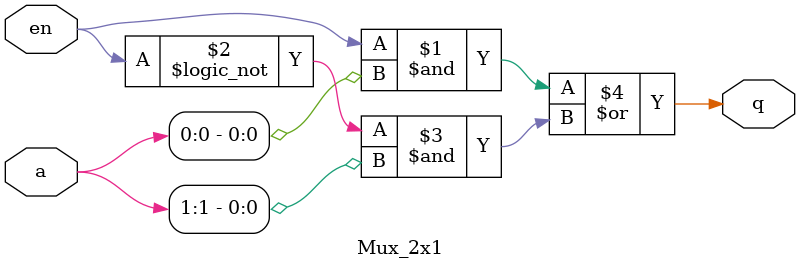
<source format=v>
`timescale 1ns / 1ps
module Mux_2x1(
input wire [1:0] a,
input wire en,
output wire q
    );
assign q= en&a[0] | !(en)&a[1];
endmodule

</source>
